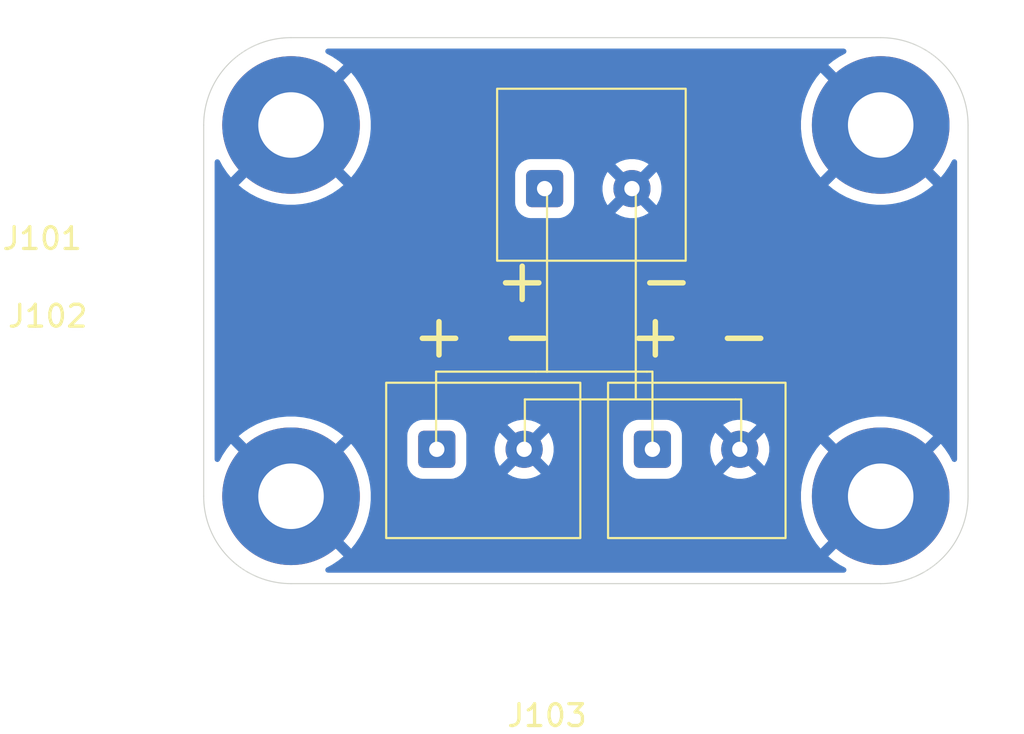
<source format=kicad_pcb>
(kicad_pcb (version 20241229) (generator "pcbnew") (generator_version "9.0")
  (layers (0 "F.Cu" signal) (2 "B.Cu" signal) (13 "F.Paste" user) (15 "B.Paste" user) (5 "F.SilkS" user "F.Silkscreen") (7 "B.SilkS" user "B.Silkscreen") (1 "F.Mask" user) (3 "B.Mask" user) (25 "Edge.Cuts" user))
  (net 0 "")
  (net 1 "GND")
  (net 2 "/+")
  (footprint "Connector_Wire:SolderWire-0.15sqmm_1x02_P4mm_D0.5mm_OD1.5mm" (layer "F.Cu") (at 164.481 71.882)
    (property "Reference" "J101" (at -23.003 2.286 0) (layer "F.SilkS"))
    (property "Value" "OUT1")
    (pad "1" thru_hole roundrect (at 0 0) (size 1.7 1.7) (drill 0.7) (layers "*.Cu" "*.Mask") (roundrect_rratio 0.147059) (net 2 "/+"))
    (pad "2" thru_hole circle (at 4 0) (size 1.7 1.7) (drill 0.7) (layers "*.Cu" "*.Mask") (net 1 "GND"))
  )
  (footprint "Connector_Wire:SolderWire-0.15sqmm_1x02_P4mm_D0.5mm_OD1.5mm" (layer "F.Cu") (at 159.544 83.82)
    (property "Reference" "J102" (at -17.812 -6.096 0) (layer "F.SilkS"))
    (property "Value" "OUT2")
    (pad "1" thru_hole roundrect (at 0 0) (size 1.7 1.7) (drill 0.7) (layers "*.Cu" "*.Mask") (roundrect_rratio 0.147059) (net 2 "/+"))
    (pad "2" thru_hole circle (at 4 0) (size 1.7 1.7) (drill 0.7) (layers "*.Cu" "*.Mask") (net 1 "GND"))
  )
  (footprint "Connector_Wire:SolderWire-0.15sqmm_1x02_P4mm_D0.5mm_OD1.5mm" (layer "F.Cu") (at 169.418 83.82)
    (property "Reference" "J103" (at -4.826 12.192 0) (layer "F.SilkS"))
    (property "Value" "IN")
    (pad "1" thru_hole roundrect (at 0 0) (size 1.7 1.7) (drill 0.7) (layers "*.Cu" "*.Mask") (roundrect_rratio 0.147059) (net 2 "/+"))
    (pad "2" thru_hole circle (at 4 0) (size 1.7 1.7) (drill 0.7) (layers "*.Cu" "*.Mask") (net 1 "GND"))
  )
  (footprint "WOBCLibrary:Board_1U_60x60" (layer "F.Cu") (at 166.37 77.47)
    (property "Reference" "REF**" (hide yes))
    (property "Value" "Board_1U_60x60" (hide yes))
    (fp_line (start -17.5 -8.5) (end -17.5 8.5) (stroke (width 0.05)) (layer "Edge.Cuts"))
    (fp_line (start -13.5 12.5) (end 13.5 12.5) (stroke (width 0.05)) (layer "Edge.Cuts"))
    (fp_line (start 13.5 -12.5) (end -13.5 -12.5) (stroke (width 0.05)) (layer "Edge.Cuts"))
    (fp_line (start 17.5 8.5) (end 17.5 -8.5) (stroke (width 0.05)) (layer "Edge.Cuts"))
    (fp_arc (start -17.5 -8.5) (mid -16.328427 -11.328427) (end -13.5 -12.5) (stroke (width 0.05)) (layer "Edge.Cuts"))
    (fp_arc (start -13.5 12.5) (mid -16.328427 11.328427) (end -17.5 8.5) (stroke (width 0.05)) (layer "Edge.Cuts"))
    (fp_arc (start 13.5 -12.5) (mid 16.328427 -11.328427) (end 17.5 -8.5) (stroke (width 0.05)) (layer "Edge.Cuts"))
    (fp_arc (start 17.5 8.5) (mid 16.328427 11.328427) (end 13.5 12.5) (stroke (width 0.05)) (layer "Edge.Cuts"))
    (pad "GND" thru_hole circle (at -13.5 -8.5) (size 6.3 6.3) (drill 3) (layers "*.Cu" "*.Mask") (net 1 "GND"))
    (pad "GND" thru_hole circle (at -13.5 8.5) (size 6.3 6.3) (drill 3) (layers "*.Cu" "*.Mask") (net 1 "GND"))
    (pad "GND" thru_hole circle (at 13.5 -8.5) (size 6.3 6.3) (drill 3) (layers "*.Cu" "*.Mask") (net 1 "GND"))
    (pad "GND" thru_hole circle (at 13.5 8.5) (size 6.3 6.3) (drill 3) (layers "*.Cu" "*.Mask") (net 1 "GND"))
  )
  (gr_line (start 164.592 80.264) (end 169.164 80.264) (stroke (width 0.1)) (layer "F.SilkS"))
  (gr_rect (start 167.386 80.772) (end 175.514 87.884) (stroke (width 0.1)) (fill no) (layer "F.SilkS"))
  (gr_line (start 169.418 83.82) (end 169.418 80.264) (stroke (width 0.1)) (layer "F.SilkS"))
  (gr_line (start 169.418 80.264) (end 169.164 80.264) (stroke (width 0.1)) (layer "F.SilkS"))
  (gr_line (start 173.482 83.82) (end 173.482 81.534) (stroke (width 0.1)) (layer "F.SilkS"))
  (gr_rect (start 162.306 67.31) (end 170.942 75.184) (stroke (width 0.1)) (fill no) (layer "F.SilkS"))
  (gr_line (start 164.592 80.264) (end 164.084 80.264) (stroke (width 0.1)) (layer "F.SilkS"))
  (gr_line (start 173.482 81.534) (end 173.228 81.534) (stroke (width 0.1)) (layer "F.SilkS"))
  (gr_line (start 168.656 71.882) (end 168.656 81.534) (stroke (width 0.1)) (layer "F.SilkS"))
  (gr_line (start 168.656 81.534) (end 163.576 81.534) (stroke (width 0.1)) (layer "F.SilkS"))
  (gr_line (start 163.576 83.82) (end 163.576 81.534) (stroke (width 0.1)) (layer "F.SilkS"))
  (gr_line (start 168.656 81.534) (end 173.228 81.534) (stroke (width 0.1)) (layer "F.SilkS"))
  (gr_line (start 159.512 80.264) (end 164.084 80.264) (stroke (width 0.1)) (layer "F.SilkS"))
  (gr_rect (start 157.226 80.772) (end 166.116 87.884) (stroke (width 0.1)) (fill no) (layer "F.SilkS"))
  (gr_line (start 159.512 83.82) (end 159.512 80.264) (stroke (width 0.1)) (layer "F.SilkS"))
  (gr_line (start 164.592 71.882) (end 164.592 80.264) (stroke (width 0.1)) (layer "F.SilkS"))
  (gr_text "-" (at 168.656 77.216 0) (layer "F.SilkS") (effects (font (size 2 2) (thickness 0.25)) (justify left bottom)))
  (gr_text "+" (at 162.052 77.216 0) (layer "F.SilkS") (effects (font (size 2 2) (thickness 0.25)) (justify left bottom)))
  (gr_text "+" (at 158.242 79.756 0) (layer "F.SilkS") (effects (font (size 2 2) (thickness 0.25)) (justify left bottom)))
  (gr_text "-" (at 162.306 79.756 0) (layer "F.SilkS") (effects (font (size 2 2) (thickness 0.25)) (justify left bottom)))
  (gr_text "-" (at 172.212 79.756 0) (layer "F.SilkS") (effects (font (size 2 2) (thickness 0.25)) (justify left bottom)))
  (gr_text "+" (at 168.148 79.756 0) (layer "F.SilkS") (effects (font (size 2 2) (thickness 0.25)) (justify left bottom)))
  (zone (net 1) (net_name "GND") (layer "B.Cu") (priority 2) (connect_pads (clearance 0.5)) (min_thickness 0.25) (fill yes (thermal_gap 0.5) (thermal_bridge_width 0.5))
    (polygon (pts (xy 147.828 63.5) (xy 185.166 63.246) (xy 186.436 93.218) (xy 145.288 92.71)))
  )
)
</source>
